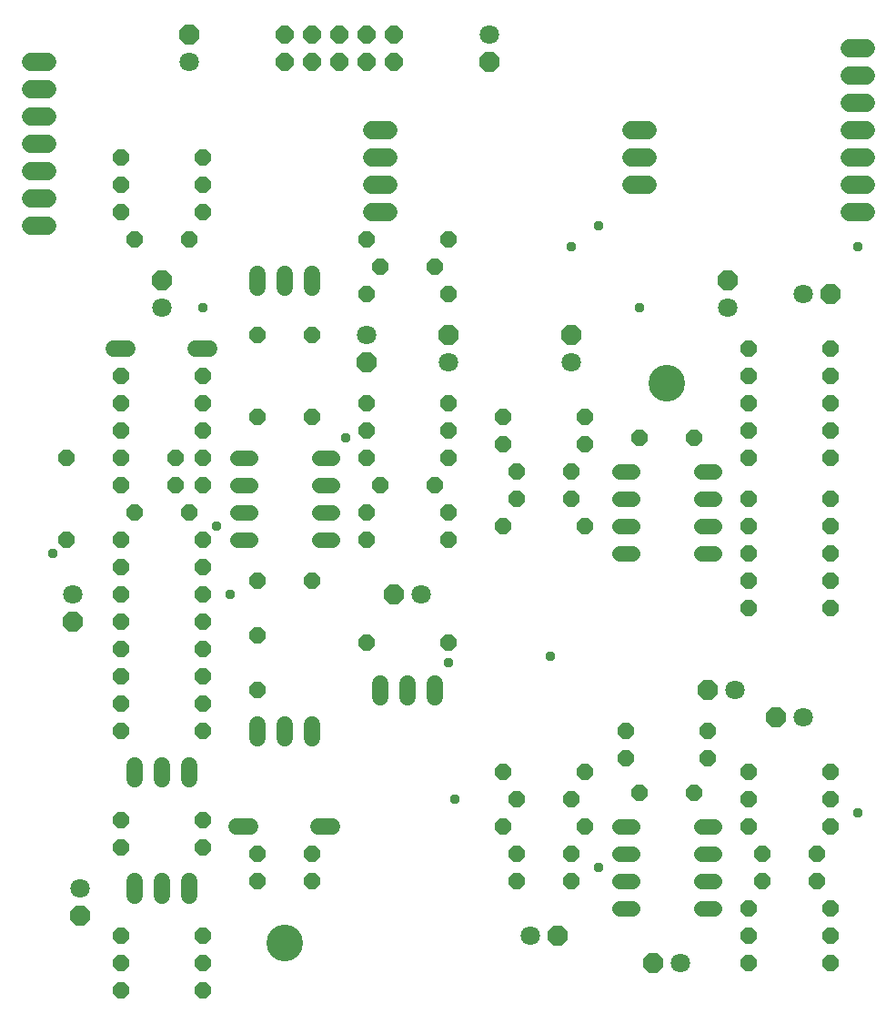
<source format=gbs>
G04 EAGLE Gerber RS-274X export*
G75*
%MOMM*%
%FSLAX34Y34*%
%LPD*%
%INSoldermask Bottom*%
%IPPOS*%
%AMOC8*
5,1,8,0,0,1.08239X$1,22.5*%
G01*
%ADD10C,3.403600*%
%ADD11C,1.411200*%
%ADD12P,1.649562X8X202.500000*%
%ADD13P,1.649562X8X22.500000*%
%ADD14P,1.951982X8X202.500000*%
%ADD15C,1.803400*%
%ADD16P,1.951982X8X22.500000*%
%ADD17P,1.951982X8X292.500000*%
%ADD18P,1.951982X8X112.500000*%
%ADD19P,1.759533X8X22.500000*%
%ADD20P,1.649562X8X112.500000*%
%ADD21C,1.524000*%
%ADD22P,1.649562X8X292.500000*%
%ADD23C,1.727200*%
%ADD24C,0.959600*%


D10*
X609600Y615950D03*
X254000Y95250D03*
D11*
X565460Y203200D02*
X577540Y203200D01*
X577540Y177800D02*
X565460Y177800D01*
X565460Y152400D02*
X577540Y152400D01*
X577540Y127000D02*
X565460Y127000D01*
X641660Y127000D02*
X653740Y127000D01*
X653740Y152400D02*
X641660Y152400D01*
X641660Y177800D02*
X653740Y177800D01*
X653740Y203200D02*
X641660Y203200D01*
D12*
X647700Y292100D03*
X571500Y292100D03*
X762000Y203200D03*
X685800Y203200D03*
X762000Y228600D03*
X685800Y228600D03*
D13*
X685800Y254000D03*
X762000Y254000D03*
X571500Y266700D03*
X647700Y266700D03*
D14*
X711200Y304800D03*
D15*
X736600Y304800D03*
D14*
X647700Y330200D03*
D15*
X673100Y330200D03*
D12*
X520700Y177800D03*
X469900Y177800D03*
D13*
X469900Y228600D03*
X520700Y228600D03*
D12*
X533400Y254000D03*
X457200Y254000D03*
D13*
X698500Y152400D03*
X749300Y152400D03*
D12*
X749300Y177800D03*
X698500Y177800D03*
X762000Y101600D03*
X685800Y101600D03*
D13*
X685800Y76200D03*
X762000Y76200D03*
D12*
X762000Y127000D03*
X685800Y127000D03*
D16*
X508000Y101600D03*
D15*
X482600Y101600D03*
D14*
X596900Y76200D03*
D15*
X622300Y76200D03*
D12*
X520700Y152400D03*
X469900Y152400D03*
X533400Y203200D03*
X457200Y203200D03*
D17*
X444500Y914400D03*
D15*
X444500Y939800D03*
D18*
X165100Y939800D03*
D15*
X165100Y914400D03*
D19*
X254000Y914400D03*
X254000Y939800D03*
X279400Y914400D03*
X279400Y939800D03*
X304800Y914400D03*
X304800Y939800D03*
X330200Y914400D03*
X330200Y939800D03*
X355600Y914400D03*
X355600Y939800D03*
D11*
X565460Y533400D02*
X577540Y533400D01*
X577540Y508000D02*
X565460Y508000D01*
X565460Y482600D02*
X577540Y482600D01*
X577540Y457200D02*
X565460Y457200D01*
X641660Y457200D02*
X653740Y457200D01*
X653740Y482600D02*
X641660Y482600D01*
X641660Y508000D02*
X653740Y508000D01*
X653740Y533400D02*
X641660Y533400D01*
D12*
X762000Y647700D03*
X685800Y647700D03*
D13*
X685800Y622300D03*
X762000Y622300D03*
X685800Y571500D03*
X762000Y571500D03*
D12*
X762000Y546100D03*
X685800Y546100D03*
D13*
X685800Y596900D03*
X762000Y596900D03*
D18*
X666750Y711200D03*
D15*
X666750Y685800D03*
D16*
X762000Y698500D03*
D15*
X736600Y698500D03*
D12*
X520700Y508000D03*
X469900Y508000D03*
D13*
X469900Y533400D03*
X520700Y533400D03*
X457200Y558800D03*
X533400Y558800D03*
D12*
X533400Y482600D03*
X457200Y482600D03*
D13*
X685800Y508000D03*
X762000Y508000D03*
D18*
X520700Y660400D03*
D15*
X520700Y635000D03*
D13*
X457200Y584200D03*
X533400Y584200D03*
D12*
X762000Y482600D03*
X685800Y482600D03*
D13*
X685800Y457200D03*
X762000Y457200D03*
X685800Y431800D03*
X762000Y431800D03*
X685800Y406400D03*
X762000Y406400D03*
X101600Y596900D03*
X177800Y596900D03*
X101600Y419100D03*
X177800Y419100D03*
X101600Y469900D03*
X177800Y469900D03*
D12*
X177800Y444500D03*
X101600Y444500D03*
D20*
X50800Y469900D03*
X50800Y546100D03*
D17*
X57150Y393700D03*
D15*
X57150Y419100D03*
D11*
X209860Y546100D02*
X221940Y546100D01*
X221940Y520700D02*
X209860Y520700D01*
X209860Y495300D02*
X221940Y495300D01*
X221940Y469900D02*
X209860Y469900D01*
X286060Y469900D02*
X298140Y469900D01*
X298140Y495300D02*
X286060Y495300D01*
X286060Y520700D02*
X298140Y520700D01*
X298140Y546100D02*
X286060Y546100D01*
D20*
X177800Y520700D03*
X177800Y546100D03*
D12*
X152400Y520700D03*
X101600Y520700D03*
D13*
X101600Y546100D03*
X152400Y546100D03*
D21*
X165100Y152654D02*
X165100Y139446D01*
X114300Y139446D02*
X114300Y152654D01*
X139700Y152654D02*
X139700Y139446D01*
D13*
X101600Y101600D03*
X177800Y101600D03*
X114300Y495300D03*
X165100Y495300D03*
D21*
X165100Y260604D02*
X165100Y247396D01*
X114300Y247396D02*
X114300Y260604D01*
X139700Y260604D02*
X139700Y247396D01*
D12*
X177800Y184150D03*
X101600Y184150D03*
X177800Y76200D03*
X101600Y76200D03*
D17*
X63500Y120650D03*
D15*
X63500Y146050D03*
D13*
X101600Y209550D03*
X177800Y209550D03*
X101600Y368300D03*
X177800Y368300D03*
D12*
X177800Y622300D03*
X101600Y622300D03*
D21*
X171196Y647700D02*
X184404Y647700D01*
X108204Y647700D02*
X94996Y647700D01*
D17*
X330200Y635000D03*
D15*
X330200Y660400D03*
D13*
X330200Y698500D03*
X406400Y698500D03*
D12*
X406400Y749300D03*
X330200Y749300D03*
D21*
X298704Y203200D02*
X285496Y203200D01*
X222504Y203200D02*
X209296Y203200D01*
D13*
X342900Y723900D03*
X393700Y723900D03*
D21*
X279400Y298704D02*
X279400Y285496D01*
X228600Y285496D02*
X228600Y298704D01*
X254000Y298704D02*
X254000Y285496D01*
D13*
X228600Y152400D03*
X279400Y152400D03*
X101600Y292100D03*
X177800Y292100D03*
X228600Y431800D03*
X279400Y431800D03*
X101600Y393700D03*
X177800Y393700D03*
D12*
X279400Y177800D03*
X228600Y177800D03*
X279400Y660400D03*
X228600Y660400D03*
D22*
X228600Y381000D03*
X228600Y330200D03*
D21*
X279400Y704596D02*
X279400Y717804D01*
X228600Y717804D02*
X228600Y704596D01*
X254000Y704596D02*
X254000Y717804D01*
D13*
X101600Y342900D03*
X177800Y342900D03*
D12*
X177800Y317500D03*
X101600Y317500D03*
D13*
X101600Y825500D03*
X177800Y825500D03*
D12*
X165100Y749300D03*
X114300Y749300D03*
D13*
X101600Y774700D03*
X177800Y774700D03*
D18*
X139700Y711200D03*
D15*
X139700Y685800D03*
D13*
X101600Y571500D03*
X177800Y571500D03*
D12*
X177800Y50800D03*
X101600Y50800D03*
D13*
X101600Y800100D03*
X177800Y800100D03*
X342900Y520700D03*
X393700Y520700D03*
D14*
X355600Y419100D03*
D15*
X381000Y419100D03*
D12*
X406400Y495300D03*
X330200Y495300D03*
D21*
X368300Y336804D02*
X368300Y323596D01*
X393700Y323596D02*
X393700Y336804D01*
X342900Y336804D02*
X342900Y323596D01*
D13*
X330200Y546100D03*
X406400Y546100D03*
D12*
X406400Y374650D03*
X330200Y374650D03*
D13*
X330200Y469900D03*
X406400Y469900D03*
X330200Y571500D03*
X406400Y571500D03*
D12*
X406400Y596900D03*
X330200Y596900D03*
D18*
X406400Y660400D03*
D15*
X406400Y635000D03*
D12*
X279400Y584200D03*
X228600Y584200D03*
X635000Y234950D03*
X584200Y234950D03*
X635000Y565150D03*
X584200Y565150D03*
D23*
X350520Y850900D02*
X335280Y850900D01*
X335280Y825500D02*
X350520Y825500D01*
X350520Y800100D02*
X335280Y800100D01*
X335280Y774700D02*
X350520Y774700D01*
X33020Y914400D02*
X17780Y914400D01*
X17780Y889000D02*
X33020Y889000D01*
X33020Y863600D02*
X17780Y863600D01*
X17780Y838200D02*
X33020Y838200D01*
X33020Y812800D02*
X17780Y812800D01*
X17780Y787400D02*
X33020Y787400D01*
X33020Y762000D02*
X17780Y762000D01*
X779780Y876300D02*
X795020Y876300D01*
X795020Y901700D02*
X779780Y901700D01*
X779780Y927100D02*
X795020Y927100D01*
X795020Y774700D02*
X779780Y774700D01*
X779780Y800100D02*
X795020Y800100D01*
X795020Y825500D02*
X779780Y825500D01*
X779780Y850900D02*
X795020Y850900D01*
X591820Y800100D02*
X576580Y800100D01*
X576580Y825500D02*
X591820Y825500D01*
X591820Y850900D02*
X576580Y850900D01*
D24*
X787400Y742950D03*
X311150Y565150D03*
X190500Y482600D03*
X412750Y228600D03*
X546100Y762000D03*
X546100Y165100D03*
X406400Y355600D03*
X647700Y533400D03*
X787400Y215900D03*
X584200Y685800D03*
X520700Y742950D03*
X203200Y419100D03*
X177800Y685800D03*
X501650Y361950D03*
X38100Y457200D03*
M02*

</source>
